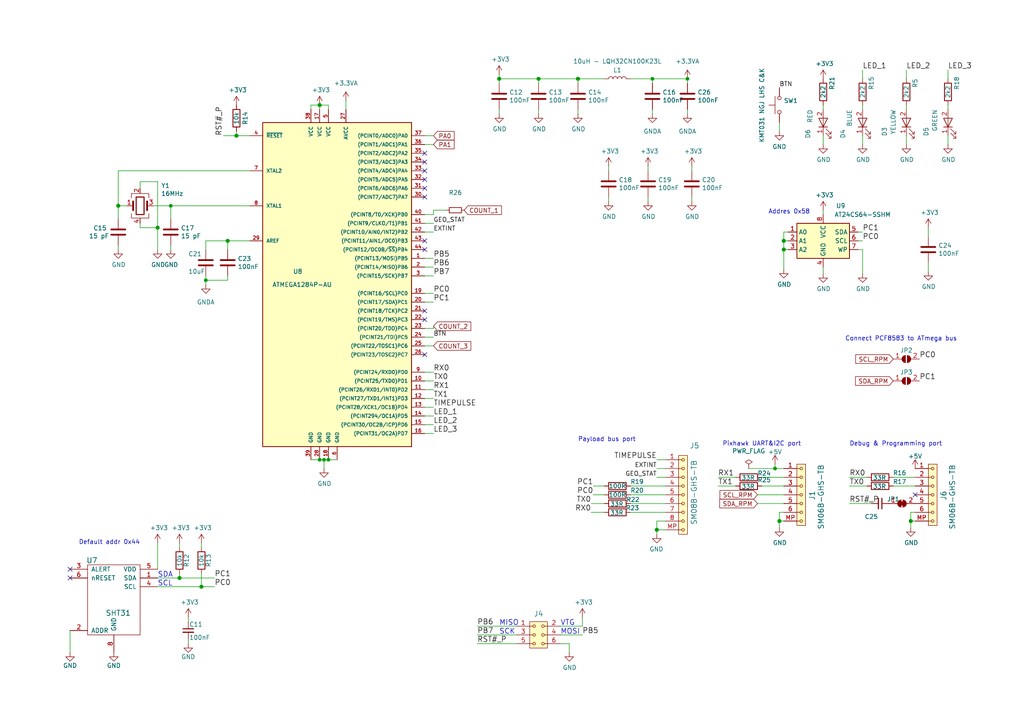
<source format=kicad_sch>
(kicad_sch (version 20230121) (generator eeschema)
  (paper "A4")
  (lib_symbols
    (symbol "DATALOGGER01A-rescue:ATMEGA1284P-AU-atmel" (pin_names (offset 1.016))
      (property "Reference" "U" (at -21.59 47.752 0))
      (property "Value" "ATMEGA1284P-AU-atmel" (at 10.16 -49.53 0))
      (symbol "ATMEGA1284P-AU-atmel_1_1"
        (pin bidirectional line (at 25.4 7.62 180) (length 3.81) (name "(PCINT13/MOSI)PB5") (number "1"))
        (pin bidirectional line (at 25.4 -27.94 180) (length 3.81) (name "(PCINT25/TXD0)PD1") (number "10"))
        (pin bidirectional line (at 25.4 -30.48 180) (length 3.81) (name "(PCINT26/RXD1/INT0)PD2") (number "11"))
        (pin bidirectional line (at 25.4 -33.02 180) (length 3.81) (name "(PCINT27/TXD1/INT1)PD3") (number "12"))
        (pin bidirectional line (at 25.4 -35.56 180) (length 3.81) (name "(PCINT28/XCK1/OC1B)PD4") (number "13"))
        (pin bidirectional line (at 25.4 -38.1 180) (length 3.81) (name "(PCINT294/OC1A)PD5") (number "14"))
        (pin bidirectional line (at 25.4 -40.64 180) (length 3.81) (name "(PCINT30/OC2B/ICP)PD6") (number "15"))
        (pin bidirectional line (at 25.4 -43.18 180) (length 3.81) (name "(PCINT31/OC2A)PD7") (number "16"))
        (pin power_in line (at -5.08 50.8 270) (length 3.81) (name "VCC") (number "17"))
        (pin power_in line (at -2.54 -50.8 90) (length 3.81) (name "GND") (number "18"))
        (pin bidirectional line (at 25.4 -2.54 180) (length 3.81) (name "(PCINT16/SCL)PC0") (number "19"))
        (pin bidirectional line (at 25.4 5.08 180) (length 3.81) (name "(PCINT14/MISO)PB6") (number "2"))
        (pin bidirectional line (at 25.4 -5.08 180) (length 3.81) (name "(PCINT17/SDA)PC1") (number "20"))
        (pin bidirectional line (at 25.4 -7.62 180) (length 3.81) (name "(PCINT18/TCK)PC2") (number "21"))
        (pin bidirectional line (at 25.4 -10.16 180) (length 3.81) (name "(PCINT19/TMS)PC3") (number "22"))
        (pin bidirectional line (at 25.4 -12.7 180) (length 3.81) (name "(PCINT20/TDO)PC4") (number "23"))
        (pin bidirectional line (at 25.4 -15.24 180) (length 3.81) (name "(PCINT21/TDI)PC5") (number "24"))
        (pin bidirectional line (at 25.4 -17.78 180) (length 3.81) (name "(PCINT22/TOSC1)PC6") (number "25"))
        (pin bidirectional line (at 25.4 -20.32 180) (length 3.81) (name "(PCINT23/TOSC2)PC7") (number "26"))
        (pin power_in line (at 2.54 50.8 270) (length 3.81) (name "AVCC") (number "27"))
        (pin power_in line (at -5.08 -50.8 90) (length 3.81) (name "GND") (number "28"))
        (pin power_in line (at -25.4 12.7 0) (length 3.81) (name "AREF") (number "29"))
        (pin bidirectional line (at 25.4 2.54 180) (length 3.81) (name "(PCINT15/SCK)PB7") (number "3"))
        (pin bidirectional line (at 25.4 25.4 180) (length 3.81) (name "(PCINT7/ADC7)PA7") (number "30"))
        (pin bidirectional line (at 25.4 27.94 180) (length 3.81) (name "(PCINT6/ADC6)PA6") (number "31"))
        (pin bidirectional line (at 25.4 30.48 180) (length 3.81) (name "(PCINT5/ADC5)PA5") (number "32"))
        (pin bidirectional line (at 25.4 33.02 180) (length 3.81) (name "(PCINT4/ADC4)PA4") (number "33"))
        (pin bidirectional line (at 25.4 35.56 180) (length 3.81) (name "(PCINT3/ADC3)PA3") (number "34"))
        (pin bidirectional line (at 25.4 38.1 180) (length 3.81) (name "(PCINT2/ADC2)PA2") (number "35"))
        (pin bidirectional line (at 25.4 40.64 180) (length 3.81) (name "(PCINT1/ADC1)PA1") (number "36"))
        (pin bidirectional line (at 25.4 43.18 180) (length 3.81) (name "(PCINT0/ADC0)PA0") (number "37"))
        (pin power_in line (at -7.62 50.8 270) (length 3.81) (name "VCC") (number "38"))
        (pin power_in line (at -7.62 -50.8 90) (length 3.81) (name "GND") (number "39"))
        (pin input line (at -25.4 43.18 0) (length 3.81) (name "~{RESET}") (number "4"))
        (pin bidirectional line (at 25.4 20.32 180) (length 3.81) (name "(PCINT8/T0/XCK)PB0") (number "40"))
        (pin bidirectional line (at 25.4 17.78 180) (length 3.81) (name "(PCINT9/CLKO/T1)PB1") (number "41"))
        (pin bidirectional line (at 25.4 15.24 180) (length 3.81) (name "(PCINT10/AIN0/INT2)PB2") (number "42"))
        (pin bidirectional line (at 25.4 12.7 180) (length 3.81) (name "(PCINT11/AIN1/OC0)PB3") (number "43"))
        (pin bidirectional line (at 25.4 10.16 180) (length 3.81) (name "(PCINT12/OC0B/~{SS})PB4") (number "44"))
        (pin power_in line (at -2.54 50.8 270) (length 3.81) (name "VCC") (number "5"))
        (pin power_in line (at 0 -50.8 90) (length 3.81) (name "GND") (number "6"))
        (pin bidirectional line (at -25.4 33.02 0) (length 3.81) (name "XTAL2") (number "7"))
        (pin bidirectional line (at -25.4 22.86 0) (length 3.81) (name "XTAL1") (number "8"))
        (pin bidirectional line (at 25.4 -25.4 180) (length 3.81) (name "(PCINT24/RXD0)PD0") (number "9"))
      )
    )
    (symbol "DATALOGGER01A-rescue:C-device" (pin_numbers hide) (pin_names (offset 0.254))
      (property "Reference" "C" (at 0.635 2.54 0))
      (property "Value" "C-device" (at 0.635 -2.54 0))
      (symbol "C-device_1_1"
        (pin passive line (at 0 3.81 270) (length 2.794) (name "~") (number "1"))
        (pin passive line (at 0 -3.81 90) (length 2.794) (name "~") (number "2"))
      )
    )
    (symbol "DATALOGGER01A-rescue:HEADER_2x03-MLAB_HEADER" (pin_names (offset 1.016))
      (property "Reference" "J" (at 0 -5.08 0))
      (property "Value" "HEADER_2x03-MLAB_HEADER" (at 0 5.08 0))
      (symbol "HEADER_2x03-MLAB_HEADER_1_1"
        (pin input line (at -6.35 2.54 0) (length 3.81) (name "~") (number "1"))
        (pin input line (at 6.35 2.54 180) (length 3.81) (name "~") (number "2"))
        (pin input line (at -6.35 0 0) (length 3.81) (name "~") (number "3"))
        (pin input line (at 6.35 0 180) (length 3.81) (name "~") (number "4"))
        (pin input line (at -6.35 -2.54 0) (length 3.81) (name "~") (number "5"))
        (pin input line (at 6.35 -2.54 180) (length 3.81) (name "~") (number "6"))
      )
    )
    (symbol "DATALOGGER01A-rescue:L-device" (pin_numbers hide) (pin_names (offset 1.016) hide)
      (property "Reference" "L" (at -1.27 0 90))
      (property "Value" "L-device" (at 1.905 0 90))
      (symbol "L-device_1_1"
        (pin passive line (at 0 3.81 270) (length 1.27) (name "1") (number "1"))
        (pin passive line (at 0 -3.81 90) (length 1.27) (name "2") (number "2"))
      )
    )
    (symbol "DATALOGGER01A-rescue:LED-device" (pin_names (offset 1.016) hide)
      (property "Reference" "D" (at 0 2.54 0))
      (property "Value" "LED-device" (at 0 -2.54 0))
      (symbol "LED-device_1_1"
        (pin passive line (at -3.81 0 0) (length 2.54) (name "K") (number "1"))
        (pin passive line (at 3.81 0 180) (length 2.54) (name "A") (number "2"))
      )
    )
    (symbol "DATALOGGER01A-rescue:R-device" (pin_numbers hide) (pin_names (offset 0))
      (property "Reference" "R" (at 2.032 0 90))
      (property "Value" "R-device" (at 0 0 90))
      (symbol "R-device_1_1"
        (pin passive line (at 0 3.81 270) (length 1.27) (name "~") (number "1"))
        (pin passive line (at 0 -3.81 90) (length 1.27) (name "~") (number "2"))
      )
    )
    (symbol "Device:C_Small" (pin_numbers hide) (pin_names (offset 0.254) hide)
      (property "Reference" "C" (at 0.254 1.778 0))
      (property "Value" "C_Small" (at 0.254 -2.032 0))
      (symbol "C_Small_1_1"
        (pin passive line (at 0 2.54 270) (length 2.032) (name "~") (number "1"))
        (pin passive line (at 0 -2.54 90) (length 2.032) (name "~") (number "2"))
      )
    )
    (symbol "Device:Crystal_GND24" (pin_names (offset 1.016) hide)
      (property "Reference" "Y" (at 3.175 5.08 0))
      (property "Value" "Crystal_GND24" (at 3.175 3.175 0))
      (symbol "Crystal_GND24_1_1"
        (pin passive line (at -3.81 0 0) (length 1.27) (name "1") (number "1"))
        (pin passive line (at 0 5.08 270) (length 1.27) (name "2") (number "2"))
        (pin passive line (at 3.81 0 180) (length 1.27) (name "3") (number "3"))
        (pin passive line (at 0 -5.08 90) (length 1.27) (name "4") (number "4"))
      )
    )
    (symbol "Device:R" (pin_numbers hide) (pin_names (offset 0))
      (property "Reference" "R" (at 2.032 0 90))
      (property "Value" "R" (at 0 0 90))
      (symbol "R_1_1"
        (pin passive line (at 0 3.81 270) (length 1.27) (name "~") (number "1"))
        (pin passive line (at 0 -3.81 90) (length 1.27) (name "~") (number "2"))
      )
    )
    (symbol "Device:R_Small" (pin_numbers hide) (pin_names (offset 0.254) hide)
      (property "Reference" "R" (at 0.762 0.508 0))
      (property "Value" "R_Small" (at 0.762 -1.016 0))
      (symbol "R_Small_1_1"
        (pin passive line (at 0 2.54 270) (length 0.762) (name "~") (number "1"))
        (pin passive line (at 0 -2.54 90) (length 0.762) (name "~") (number "2"))
      )
    )
    (symbol "Jumper:SolderJumper_2_Bridged" (pin_names (offset 0) hide)
      (property "Reference" "JP" (at 0 2.032 0))
      (property "Value" "SolderJumper_2_Bridged" (at 0 -2.54 0))
      (symbol "SolderJumper_2_Bridged_1_1"
        (pin passive line (at -3.81 0 0) (length 2.54) (name "A") (number "1"))
        (pin passive line (at 3.81 0 180) (length 2.54) (name "B") (number "2"))
      )
    )
    (symbol "Jumper:SolderJumper_2_Open" (pin_names (offset 0) hide)
      (property "Reference" "JP" (at 0 2.032 0))
      (property "Value" "SolderJumper_2_Open" (at 0 -2.54 0))
      (symbol "SolderJumper_2_Open_1_1"
        (pin passive line (at -3.81 0 0) (length 2.54) (name "A") (number "1"))
        (pin passive line (at 3.81 0 180) (length 2.54) (name "B") (number "2"))
      )
    )
    (symbol "MLAB_CONNECTORS_JST:SM06B-GHS-TB" (pin_names (offset 1.016))
      (property "Reference" "J" (at 0 -10.16 0))
      (property "Value" "SM06B-GHS-TB" (at 0 10.16 0))
      (symbol "SM06B-GHS-TB_1_1"
        (pin input line (at -5.08 7.62 0) (length 3.81) (name "~") (number "1"))
        (pin input line (at -5.08 5.08 0) (length 3.81) (name "~") (number "2"))
        (pin input line (at -5.08 2.54 0) (length 3.81) (name "~") (number "3"))
        (pin input line (at -5.08 0 0) (length 3.81) (name "~") (number "4"))
        (pin input line (at -5.08 -2.54 0) (length 3.81) (name "~") (number "5"))
        (pin input line (at -5.08 -5.08 0) (length 3.81) (name "~") (number "6"))
        (pin input line (at -5.08 -7.62 0) (length 3.81) (name "~") (number "MP"))
      )
    )
    (symbol "MLAB_CONNECTORS_JST:SM08B-GHS-TB" (pin_names (offset 1.016))
      (property "Reference" "J" (at 0 -12.7 0))
      (property "Value" "SM08B-GHS-TB" (at 0 12.7 0))
      (symbol "SM08B-GHS-TB_1_1"
        (pin input line (at -5.08 10.16 0) (length 3.81) (name "~") (number "1"))
        (pin input line (at -5.08 7.62 0) (length 3.81) (name "~") (number "2"))
        (pin input line (at -5.08 5.08 0) (length 3.81) (name "~") (number "3"))
        (pin input line (at -5.08 2.54 0) (length 3.81) (name "~") (number "4"))
        (pin input line (at -5.08 0 0) (length 3.81) (name "~") (number "5"))
        (pin input line (at -5.08 -2.54 0) (length 3.81) (name "~") (number "6"))
        (pin input line (at -5.08 -5.08 0) (length 3.81) (name "~") (number "7"))
        (pin input line (at -5.08 -7.62 0) (length 3.81) (name "~") (number "8"))
        (pin input line (at -5.08 -10.16 0) (length 3.81) (name "~") (number "MP"))
      )
    )
    (symbol "Memory_EEPROM:AT24CS64-SSHM"
      (property "Reference" "U" (at -7.62 6.35 0))
      (property "Value" "AT24CS64-SSHM" (at 2.54 -6.35 0))
      (symbol "AT24CS64-SSHM_1_1"
        (pin input line (at -10.16 2.54 0) (length 2.54) (name "A0") (number "1"))
        (pin input line (at -10.16 0 0) (length 2.54) (name "A1") (number "2"))
        (pin input line (at -10.16 -2.54 0) (length 2.54) (name "A2") (number "3"))
        (pin power_in line (at 0 -7.62 90) (length 2.54) (name "GND") (number "4"))
        (pin bidirectional line (at 10.16 2.54 180) (length 2.54) (name "SDA") (number "5"))
        (pin input line (at 10.16 0 180) (length 2.54) (name "SCL") (number "6"))
        (pin input line (at 10.16 -2.54 180) (length 2.54) (name "WP") (number "7"))
        (pin power_in line (at 0 7.62 270) (length 2.54) (name "VCC") (number "8"))
      )
    )
    (symbol "SHT31V01A-rescue:C_Small" (pin_numbers hide) (pin_names (offset 0.254) hide)
      (property "Reference" "C" (at 0.254 1.778 0))
      (property "Value" "C_Small" (at 0.254 -2.032 0))
      (symbol "C_Small_1_1"
        (pin passive line (at 0 2.54 270) (length 1.905) (name "~") (number "1"))
        (pin passive line (at 0 -2.54 90) (length 2.032) (name "~") (number "2"))
      )
    )
    (symbol "SHT31V01A-rescue:GND" (power) (pin_names (offset 0))
      (property "Value" "GND" (at 0 -3.81 0))
      (symbol "GND_1_1"
        (pin power_in line (at 0 0 270) (length 0) hide (name "GND") (number "1"))
      )
    )
    (symbol "SHT31V01A-rescue:R" (pin_numbers hide) (pin_names (offset 0))
      (property "Reference" "R" (at 2.032 0 90))
      (property "Value" "R" (at 0 0 90))
      (symbol "R_1_1"
        (pin passive line (at 0 3.81 270) (length 1.27) (name "~") (number "1"))
        (pin passive line (at 0 -3.81 90) (length 1.27) (name "~") (number "2"))
      )
    )
    (symbol "SHT31V01A-rescue:SHT31" (pin_names (offset 1.016))
      (property "Reference" "U" (at -6.35 12.7 0))
      (property "Value" "SHT31" (at 0 0 0))
      (symbol "SHT31_1_1"
        (pin unspecified line (at 11.43 7.62 180) (length 5.08) (name "SDA") (number "1"))
        (pin unspecified line (at -13.97 -7.62 0) (length 5.08) (name "ADDR") (number "2"))
        (pin unspecified line (at -13.97 10.16 0) (length 5.08) (name "ALERT") (number "3"))
        (pin unspecified line (at 11.43 5.08 180) (length 5.08) (name "SCL") (number "4"))
        (pin unspecified line (at 11.43 10.16 180) (length 5.08) (name "VDD") (number "5"))
        (pin unspecified line (at -13.97 7.62 0) (length 5.08) (name "nRESET") (number "6"))
        (pin unspecified line (at -1.27 -13.97 90) (length 5.08) hide (name "GND") (number "7"))
        (pin unspecified line (at -1.27 -13.97 90) (length 5.08) (name "GND") (number "8"))
        (pin unspecified line (at -1.27 -13.97 90) (length 5.08) hide (name "GND") (number "9"))
      )
    )
    (symbol "Switch:SW_Push" (pin_numbers hide) (pin_names (offset 1.016) hide)
      (property "Reference" "SW" (at 1.27 2.54 0))
      (property "Value" "SW_Push" (at 0 -1.524 0))
      (symbol "SW_Push_0_1"
        (pin passive line (at -5.08 0 0) (length 2.54) (name "1") (number "1"))
        (pin passive line (at 5.08 0 180) (length 2.54) (name "2") (number "2"))
      )
    )
    (symbol "power:+3.3VA" (power) (pin_names (offset 0))
      (property "Value" "+3.3VA" (at 0 3.556 0))
      (symbol "+3.3VA_1_1"
        (pin power_in line (at 0 0 90) (length 0) hide (name "+3.3VA") (number "1"))
      )
    )
    (symbol "power:+3V3" (power) (pin_names (offset 0))
      (property "Value" "+3V3" (at 0 3.556 0))
      (symbol "+3V3_1_1"
        (pin power_in line (at 0 0 90) (length 0) hide (name "+3V3") (number "1"))
      )
    )
    (symbol "power:+5V" (power) (pin_names (offset 0))
      (property "Value" "+5V" (at 0 3.556 0))
      (symbol "+5V_1_1"
        (pin power_in line (at 0 0 90) (length 0) hide (name "+5V") (number "1"))
      )
    )
    (symbol "power:GND" (power) (pin_names (offset 0))
      (property "Value" "GND" (at 0 -3.81 0))
      (symbol "GND_1_1"
        (pin power_in line (at 0 0 270) (length 0) hide (name "GND") (number "1"))
      )
    )
    (symbol "power:GNDA" (power) (pin_names (offset 0))
      (property "Value" "GNDA" (at 0 -3.81 0))
      (symbol "GNDA_1_1"
        (pin power_in line (at 0 0 270) (length 0) hide (name "GNDA") (number "1"))
      )
    )
    (symbol "power:PWR_FLAG" (power) (pin_numbers hide) (pin_names (offset 0) hide)
      (property "Value" "PWR_FLAG" (at 0 3.81 0))
      (symbol "PWR_FLAG_0_0"
        (pin power_out line (at 0 0 90) (length 0) (name "pwr") (number "1"))
      )
    )
  )
  (junction (at 227.33 72.39) (diameter 1.016))
  (junction (at 167.64 22.86) (diameter 1.016))
  (junction (at 66.04 69.85) (diameter 1.016))
  (junction (at 264.16 151.13) (diameter 1.016))
  (junction (at 59.69 81.28))
  (junction (at 45.72 66.04) (diameter 1.016))
  (junction (at 49.53 59.69))
  (junction (at 34.29 59.69) (diameter 1.016))
  (junction (at 58.42 170.18) (diameter 1.016))
  (junction (at 190.5 153.67) (diameter 1.016))
  (junction (at 93.98 133.35))
  (junction (at 156.21 22.86) (diameter 1.016))
  (junction (at 189.23 22.86))
  (junction (at 68.58 39.37) (diameter 1.016))
  (junction (at 92.71 30.48) (diameter 1.016))
  (junction (at 224.79 135.89))
  (junction (at 226.06 151.13) (diameter 1.016))
  (junction (at 92.71 133.35))
  (junction (at 227.33 69.85) (diameter 1.016))
  (junction (at 95.25 133.35))
  (junction (at 199.39 22.86))
  (junction (at 144.78 22.86) (diameter 1.016))
  (junction (at 52.07 167.64) (diameter 1.016))
  (no_connect (at 20.32 165.1))
  (no_connect (at 20.32 167.64))
  (no_connect (at 123.19 72.39))
  (no_connect (at 123.19 92.71))
  (no_connect (at 123.19 90.17))
  (no_connect (at 265.43 143.51))
  (no_connect (at 123.19 102.87))
  (no_connect (at 123.19 69.85))
  (no_connect (at 123.19 44.45))
  (no_connect (at 123.19 46.99))
  (no_connect (at 123.19 49.53))
  (no_connect (at 123.19 52.07))
  (no_connect (at 123.19 54.61))
  (no_connect (at 123.19 57.15))
  (no_connect (at 504.19 92.075))
  (wire (pts (xy 193.04 151.13) (xy 190.5 151.13)))
  (wire (pts (xy 220.98 140.97) (xy 227.33 140.97)))
  (wire (pts (xy 171.45 146.05) (xy 175.26 146.05)))
  (wire (pts (xy 129.54 60.96) (xy 125.73 60.96)))
  (wire (pts (xy 182.88 148.59) (xy 193.04 148.59)))
  (wire (pts (xy 125.73 60.96) (xy 125.73 62.23)))
  (wire (pts (xy 100.33 31.75) (xy 100.33 29.21)))
  (wire (pts (xy 172.085 140.97) (xy 175.26 140.97)))
  (wire (pts (xy 59.69 69.85) (xy 66.04 69.85)))
  (wire (pts (xy 227.33 72.39) (xy 227.33 78.105)))
  (wire (pts (xy 262.89 22.86) (xy 262.89 20.32)))
  (wire (pts (xy 90.17 30.48) (xy 92.71 30.48)))
  (wire (pts (xy 219.71 146.05) (xy 227.33 146.05)))
  (wire (pts (xy 123.19 74.93) (xy 125.73 74.93)))
  (wire (pts (xy 274.955 41.91) (xy 274.955 39.37)))
  (wire (pts (xy 227.33 67.31) (xy 227.33 69.85)))
  (wire (pts (xy 228.6 67.31) (xy 227.33 67.31)))
  (wire (pts (xy 45.72 170.18) (xy 58.42 170.18)))
  (wire (pts (xy 226.06 151.13) (xy 226.06 153.035)))
  (wire (pts (xy 238.76 41.91) (xy 238.76 39.37)))
  (wire (pts (xy 250.19 72.39) (xy 250.19 79.375)))
  (wire (pts (xy 190.5 138.43) (xy 193.04 138.43)))
  (wire (pts (xy 250.19 22.86) (xy 250.19 20.32)))
  (wire (pts (xy 92.71 30.48) (xy 95.25 30.48)))
  (wire (pts (xy 162.56 184.15) (xy 168.91 184.15)))
  (wire (pts (xy 193.04 133.35) (xy 190.5 133.35)))
  (wire (pts (xy 90.17 133.35) (xy 92.71 133.35)))
  (wire (pts (xy 123.19 115.57) (xy 125.73 115.57)))
  (wire (pts (xy 123.19 80.01) (xy 125.73 80.01)))
  (wire (pts (xy 262.89 31.75) (xy 262.89 30.48)))
  (wire (pts (xy 220.98 138.43) (xy 227.33 138.43)))
  (wire (pts (xy 66.04 72.39) (xy 66.04 69.85)))
  (wire (pts (xy 208.28 138.43) (xy 213.36 138.43)))
  (wire (pts (xy 224.79 135.89) (xy 227.33 135.89)))
  (wire (pts (xy 34.29 49.53) (xy 34.29 59.69)))
  (wire (pts (xy 34.29 59.69) (xy 34.29 63.5)))
  (wire (pts (xy 95.25 133.35) (xy 97.79 133.35)))
  (wire (pts (xy 68.58 38.1) (xy 68.58 39.37)))
  (wire (pts (xy 189.23 22.86) (xy 199.39 22.86)))
  (wire (pts (xy 165.1 186.69) (xy 165.1 189.23)))
  (wire (pts (xy 171.45 148.59) (xy 175.26 148.59)))
  (wire (pts (xy 238.76 62.23) (xy 238.76 60.96)))
  (wire (pts (xy 167.64 22.86) (xy 175.26 22.86)))
  (wire (pts (xy 238.76 77.47) (xy 238.76 79.375)))
  (wire (pts (xy 172.085 143.51) (xy 175.26 143.51)))
  (wire (pts (xy 58.42 170.18) (xy 58.42 166.37)))
  (wire (pts (xy 227.33 148.59) (xy 226.06 148.59)))
  (wire (pts (xy 40.64 64.77) (xy 40.64 66.04)))
  (wire (pts (xy 40.64 66.04) (xy 45.72 66.04)))
  (wire (pts (xy 182.88 146.05) (xy 193.04 146.05)))
  (wire (pts (xy 187.96 58.42) (xy 187.96 57.15)))
  (wire (pts (xy 92.71 133.35) (xy 93.98 133.35)))
  (wire (pts (xy 92.71 31.75) (xy 92.71 30.48)))
  (wire (pts (xy 144.78 24.13) (xy 144.78 22.86)))
  (wire (pts (xy 274.955 31.75) (xy 274.955 30.48)))
  (wire (pts (xy 123.19 107.95) (xy 125.73 107.95)))
  (wire (pts (xy 238.76 31.75) (xy 238.76 30.48)))
  (wire (pts (xy 34.29 49.53) (xy 72.39 49.53)))
  (wire (pts (xy 123.19 39.37) (xy 125.73 39.37)))
  (wire (pts (xy 34.29 59.69) (xy 36.83 59.69)))
  (wire (pts (xy 189.23 33.02) (xy 189.23 31.75)))
  (wire (pts (xy 189.23 22.86) (xy 189.23 24.13)))
  (wire (pts (xy 176.53 58.42) (xy 176.53 57.15)))
  (wire (pts (xy 45.72 66.04) (xy 45.72 72.39)))
  (wire (pts (xy 208.28 140.97) (xy 213.36 140.97)))
  (wire (pts (xy 49.53 59.69) (xy 49.53 63.5)))
  (wire (pts (xy 123.19 97.79) (xy 125.73 97.79)))
  (wire (pts (xy 187.96 48.26) (xy 187.96 49.53)))
  (wire (pts (xy 199.39 22.86) (xy 199.39 24.13)))
  (wire (pts (xy 182.88 22.86) (xy 189.23 22.86)))
  (wire (pts (xy 167.64 33.02) (xy 167.64 31.75)))
  (wire (pts (xy 250.19 41.91) (xy 250.19 39.37)))
  (wire (pts (xy 176.53 48.26) (xy 176.53 49.53)))
  (wire (pts (xy 193.04 153.67) (xy 190.5 153.67)))
  (wire (pts (xy 59.69 69.85) (xy 59.69 72.39)))
  (wire (pts (xy 59.69 81.28) (xy 66.04 81.28)))
  (wire (pts (xy 123.19 77.47) (xy 125.73 77.47)))
  (wire (pts (xy 52.07 167.64) (xy 62.23 167.64)))
  (wire (pts (xy 66.04 69.85) (xy 72.39 69.85)))
  (wire (pts (xy 156.21 33.02) (xy 156.21 31.75)))
  (wire (pts (xy 162.56 186.69) (xy 165.1 186.69)))
  (wire (pts (xy 44.45 59.69) (xy 49.53 59.69)))
  (wire (pts (xy 259.08 138.43) (xy 265.43 138.43)))
  (wire (pts (xy 190.5 135.89) (xy 193.04 135.89)))
  (wire (pts (xy 138.43 186.69) (xy 149.86 186.69)))
  (wire (pts (xy 156.21 22.86) (xy 167.64 22.86)))
  (wire (pts (xy 123.19 118.11) (xy 125.73 118.11)))
  (wire (pts (xy 274.955 22.86) (xy 274.955 20.32)))
  (wire (pts (xy 248.92 67.31) (xy 250.19 67.31)))
  (wire (pts (xy 168.91 181.61) (xy 168.91 179.07)))
  (wire (pts (xy 162.56 181.61) (xy 168.91 181.61)))
  (wire (pts (xy 228.6 72.39) (xy 227.33 72.39)))
  (wire (pts (xy 217.17 135.89) (xy 224.79 135.89)))
  (wire (pts (xy 49.53 72.39) (xy 49.53 71.12)))
  (wire (pts (xy 200.66 48.26) (xy 200.66 49.53)))
  (wire (pts (xy 49.53 59.69) (xy 72.39 59.69)))
  (wire (pts (xy 123.19 100.33) (xy 125.73 100.33)))
  (wire (pts (xy 123.19 113.03) (xy 125.73 113.03)))
  (wire (pts (xy 264.16 151.13) (xy 264.16 153.035)))
  (wire (pts (xy 246.38 140.97) (xy 251.46 140.97)))
  (wire (pts (xy 68.58 39.37) (xy 72.39 39.37)))
  (wire (pts (xy 123.19 110.49) (xy 125.73 110.49)))
  (wire (pts (xy 182.88 140.97) (xy 193.04 140.97)))
  (wire (pts (xy 45.72 167.64) (xy 52.07 167.64)))
  (wire (pts (xy 58.42 158.75) (xy 58.42 157.48)))
  (wire (pts (xy 228.6 69.85) (xy 227.33 69.85)))
  (wire (pts (xy 59.69 81.28) (xy 59.69 82.55)))
  (wire (pts (xy 40.64 52.705) (xy 40.64 54.61)))
  (wire (pts (xy 40.64 52.705) (xy 45.72 52.705)))
  (wire (pts (xy 45.72 52.705) (xy 45.72 66.04)))
  (wire (pts (xy 156.21 24.13) (xy 156.21 22.86)))
  (wire (pts (xy 123.19 120.65) (xy 125.73 120.65)))
  (wire (pts (xy 93.98 133.35) (xy 93.98 135.89)))
  (wire (pts (xy 269.24 66.04) (xy 269.24 68.58)))
  (wire (pts (xy 182.88 143.51) (xy 193.04 143.51)))
  (wire (pts (xy 259.08 140.97) (xy 265.43 140.97)))
  (wire (pts (xy 199.39 33.02) (xy 199.39 31.75)))
  (wire (pts (xy 190.5 153.67) (xy 190.5 154.94)))
  (wire (pts (xy 34.29 72.39) (xy 34.29 71.12)))
  (wire (pts (xy 248.92 72.39) (xy 250.19 72.39)))
  (wire (pts (xy 200.66 58.42) (xy 200.66 57.15)))
  (wire (pts (xy 54.61 180.34) (xy 54.61 179.07)))
  (wire (pts (xy 123.19 123.19) (xy 125.73 123.19)))
  (wire (pts (xy 90.17 31.75) (xy 90.17 30.48)))
  (wire (pts (xy 123.19 125.73) (xy 125.73 125.73)))
  (wire (pts (xy 52.07 158.75) (xy 52.07 157.48)))
  (wire (pts (xy 123.19 41.91) (xy 125.73 41.91)))
  (wire (pts (xy 219.71 143.51) (xy 227.33 143.51)))
  (wire (pts (xy 246.38 146.05) (xy 252.73 146.05)))
  (wire (pts (xy 64.77 39.37) (xy 68.58 39.37)))
  (wire (pts (xy 262.89 41.91) (xy 262.89 39.37)))
  (wire (pts (xy 227.33 151.13) (xy 226.06 151.13)))
  (wire (pts (xy 125.73 94.615) (xy 125.73 95.25)))
  (wire (pts (xy 144.78 33.02) (xy 144.78 31.75)))
  (wire (pts (xy 66.04 81.28) (xy 66.04 80.01)))
  (wire (pts (xy 246.38 138.43) (xy 251.46 138.43)))
  (wire (pts (xy 123.19 95.25) (xy 125.73 95.25)))
  (wire (pts (xy 144.78 22.86) (xy 144.78 21.59)))
  (wire (pts (xy 58.42 170.18) (xy 62.23 170.18)))
  (wire (pts (xy 265.43 148.59) (xy 264.16 148.59)))
  (wire (pts (xy 265.43 151.13) (xy 264.16 151.13)))
  (wire (pts (xy 248.92 69.85) (xy 250.19 69.85)))
  (wire (pts (xy 52.07 167.64) (xy 52.07 166.37)))
  (wire (pts (xy 224.79 134.62) (xy 224.79 135.89)))
  (wire (pts (xy 167.64 24.13) (xy 167.64 22.86)))
  (wire (pts (xy 54.61 186.69) (xy 54.61 185.42)))
  (wire (pts (xy 123.19 85.09) (xy 125.73 85.09)))
  (wire (pts (xy 95.25 30.48) (xy 95.25 31.75)))
  (wire (pts (xy 123.19 62.23) (xy 125.73 62.23)))
  (wire (pts (xy 125.73 64.77) (xy 123.19 64.77)))
  (wire (pts (xy 144.78 22.86) (xy 156.21 22.86)))
  (wire (pts (xy 264.16 148.59) (xy 264.16 151.13)))
  (wire (pts (xy 226.06 148.59) (xy 226.06 151.13)))
  (wire (pts (xy 138.43 181.61) (xy 149.86 181.61)))
  (wire (pts (xy 45.72 165.1) (xy 45.72 157.48)))
  (wire (pts (xy 269.24 76.2) (xy 269.24 78.74)))
  (wire (pts (xy 227.33 69.85) (xy 227.33 72.39)))
  (wire (pts (xy 190.5 151.13) (xy 190.5 153.67)))
  (wire (pts (xy 59.69 81.28) (xy 59.69 80.01)))
  (wire (pts (xy 250.19 31.75) (xy 250.19 30.48)))
  (wire (pts (xy 123.19 87.63) (xy 125.73 87.63)))
  (wire (pts (xy 138.43 184.15) (xy 149.86 184.15)))
  (wire (pts (xy 123.19 67.31) (xy 125.73 67.31)))
  (wire (pts (xy 226.06 35.56) (xy 226.06 38.1)))
  (wire (pts (xy 20.32 182.88) (xy 20.32 189.23)))
  (wire (pts (xy 93.98 133.35) (xy 95.25 133.35)))
  (text "VTG" (at 162.56 181.61 0) (effects (font (size 1.524 1.524)) (justify left bottom)))
  (text "MISO" (at 144.78 181.61 0) (effects (font (size 1.524 1.524)) (justify left bottom)))
  (text "SCL" (at 45.72 170.18 0) (effects (font (size 1.524 1.524)) (justify left bottom)))
  (text "Default addr 0x44" (at 40.64 158.115 0) (effects (font (size 1.27 1.27)) (justify right bottom)))
  (text "MOSI" (at 162.56 184.15 0) (effects (font (size 1.524 1.524)) (justify left bottom)))
  (text "SDA" (at 45.72 167.64 0) (effects (font (size 1.524 1.524)) (justify left bottom)))
  (text "Payload bus port" (at 167.64 128.27 0) (effects (font (size 1.27 1.27)) (justify left bottom)))
  (text "Connect PCF8583 to ATmega bus" (at 245.11 99.06 0) (effects (font (size 1.27 1.27)) (justify left bottom)))
  (text "Debug & Programming port" (at 246.38 129.54 0) (effects (font (size 1.27 1.27)) (justify left bottom)))
  (text "SCK" (at 144.78 184.15 0) (effects (font (size 1.524 1.524)) (justify left bottom)))
  (text "Pixhawk UART&I2C port" (at 209.55 129.54 0) (effects (font (size 1.27 1.27)) (justify left bottom)))
  (text "Addres 0x58" (at 234.95 62.23 0) (effects (font (size 1.27 1.27)) (justify right bottom)))
  (label "RX1" (at 125.73 113.03 0) (effects (font (size 1.524 1.524))))
  (label "TX1" (at 208.28 140.97 0) (effects (font (size 1.524 1.524))))
  (label "LED_2" (at 262.89 20.32 0) (effects (font (size 1.524 1.524))))
  (label "PB5" (at 125.73 74.93 0) (effects (font (size 1.524 1.524))))
  (label "BTN" (at 226.06 25.4 0))
  (label "TIMEPULSE" (at 190.5 133.35 180) (effects (font (size 1.524 1.524))))
  (label "PB7" (at 125.73 80.01 0) (effects (font (size 1.524 1.524))))
  (label "TX0" (at 171.45 146.05 180) (effects (font (size 1.524 1.524))))
  (label "PC1" (at 250.19 67.31 0) (effects (font (size 1.524 1.524))))
  (label "PC1" (at 266.7 110.49 0) (effects (font (size 1.524 1.524))))
  (label "LED_1" (at 125.73 120.65 0) (effects (font (size 1.524 1.524))))
  (label "PB6" (at 138.43 181.61 0) (effects (font (size 1.524 1.524))))
  (label "PC0" (at 266.7 104.14 0) (effects (font (size 1.524 1.524))))
  (label "PC1" (at 62.23 167.64 0) (effects (font (size 1.524 1.524))))
  (label "RST#_P" (at 246.38 146.05 0) (effects (font (size 1.524 1.524))))
  (label "LED_3" (at 125.73 125.73 0) (effects (font (size 1.524 1.524))))
  (label "PB5" (at 168.91 184.15 0) (effects (font (size 1.524 1.524))))
  (label "RX0" (at 246.38 138.43 0) (effects (font (size 1.524 1.524))))
  (label "EXTINT" (at 125.73 67.31 0))
  (label "PC0" (at 62.23 170.18 0) (effects (font (size 1.524 1.524))))
  (label "BTN" (at 125.73 97.79 0))
  (label "PC1" (at 172.085 140.97 180) (effects (font (size 1.524 1.524))))
  (label "GEO_STAT" (at 125.73 64.77 0))
  (label "RST#_P" (at 138.43 186.69 0) (effects (font (size 1.524 1.524))))
  (label "LED_1" (at 250.19 20.32 0) (effects (font (size 1.524 1.524))))
  (label "PC1" (at 125.73 87.63 0) (effects (font (size 1.524 1.524))))
  (label "PC0" (at 172.085 143.51 180) (effects (font (size 1.524 1.524))))
  (label "RST#_P" (at 64.77 39.37 90) (effects (font (size 1.524 1.524))))
  (label "TX0" (at 125.73 110.49 0) (effects (font (size 1.524 1.524))))
  (label "LED_3" (at 274.955 20.32 0) (effects (font (size 1.524 1.524))))
  (label "PC0" (at 250.19 69.85 0) (effects (font (size 1.524 1.524))))
  (label "GEO_STAT" (at 190.5 138.43 180))
  (label "RX0" (at 125.73 107.95 0) (effects (font (size 1.524 1.524))))
  (label "TX0" (at 246.38 140.97 0) (effects (font (size 1.524 1.524))))
  (label "PB7" (at 138.43 184.15 0) (effects (font (size 1.524 1.524))))
  (label "PC0" (at 125.73 85.09 0) (effects (font (size 1.524 1.524))))
  (label "LED_2" (at 125.73 123.19 0) (effects (font (size 1.524 1.524))))
  (label "RX0" (at 171.45 148.59 180) (effects (font (size 1.524 1.524))))
  (label "EXTINT" (at 190.5 135.89 180))
  (label "TIMEPULSE" (at 125.73 118.11 0) (effects (font (size 1.524 1.524))))
  (label "RX1" (at 208.28 138.43 0) (effects (font (size 1.524 1.524))))
  (label "PB6" (at 125.73 77.47 0) (effects (font (size 1.524 1.524))))
  (label "TX1" (at 125.73 115.57 0) (effects (font (size 1.524 1.524))))
  (global_label "SDA_RPM" (shape input) (at 259.08 110.49 180) (property "Intersheetrefs" "${INTERSHEET_REFS}" (effects hide)) (property "Reference mezi listy" "${INTERSHEET_REFS}" (effects hide)))
  (global_label "PA1" (shape input) (at 125.73 41.91 0) (property "Intersheetrefs" "${INTERSHEET_REFS}" (effects hide)))
  (global_label "SDA_RPM" (shape input) (at 219.71 146.05 180) (property "Intersheetrefs" "${INTERSHEET_REFS}" (effects hide)) (property "Reference mezi listy" "${INTERSHEET_REFS}" (effects hide)))
  (global_label "SCL_RPM" (shape input) (at 259.08 104.14 180) (property "Intersheetrefs" "${INTERSHEET_REFS}" (effects hide)) (property "Reference mezi listy" "${INTERSHEET_REFS}" (effects hide)))
  (global_label "PA0" (shape input) (at 125.73 39.37 0) (property "Intersheetrefs" "${INTERSHEET_REFS}" (effects hide)))
  (global_label "COUNT_1" (shape input) (at 134.62 60.96 0) (property "Intersheetrefs" "${INTERSHEET_REFS}" (effects hide)))
  (global_label "COUNT_3" (shape input) (at 125.73 100.33 0) (property "Intersheetrefs" "${INTERSHEET_REFS}" (effects hide)))
  (global_label "COUNT_2" (shape input) (at 125.73 94.615 0) (property "Intersheetrefs" "${INTERSHEET_REFS}" (effects hide)))
  (global_label "SCL_RPM" (shape input) (at 219.71 143.51 180) (property "Intersheetrefs" "${INTERSHEET_REFS}" (effects hide)) (property "Reference mezi listy" "${INTERSHEET_REFS}" (effects hide)))
  (symbol (lib_id "power:GND") (at 190.5 154.94 0) (mirror y) (unit 1)
    (property "Reference" "#PWR068" (effects hide))
    (property "Value" "GND" (at 190.3857 159.2644 0))
  )
  (symbol (lib_id "power:GND") (at 167.64 33.02 0) (unit 1)
    (property "Reference" "#PWR048" (effects hide))
    (property "Value" "GND" (at 167.767 37.4142 0))
  )
  (symbol (lib_id "DATALOGGER01A-rescue:R-device") (at 250.19 26.67 180) (unit 1)
    (property "Reference" "R15" (at 252.73 24.13 90))
    (property "Value" "2k2" (at 250.19 26.67 90))
    (property "Footprint" "Resistor_SMD:R_0603_1608Metric" (effects hide))
    (property "UST_ID" "5c70984512875079b91f895e" (effects hide))
  )
  (symbol (lib_id "SHT31V01A-rescue:C_Small") (at 54.61 182.88 0) (unit 1)
    (property "Reference" "C11" (at 54.864 181.102 0) (effects (justify left)))
    (property "Value" "100nF" (at 54.864 184.912 0) (effects (justify left)))
    (property "Footprint" "Capacitor_SMD:C_0603_1608Metric" (effects hide))
    (property "UST_ID" "5c70984812875079b91f8bf2" (effects hide))
  )
  (symbol (lib_id "power:GND") (at 176.53 58.42 0) (unit 1)
    (property "Reference" "#PWR056" (effects hide))
    (property "Value" "GND" (at 176.657 62.8142 0))
  )
  (symbol (lib_id "DATALOGGER01A-rescue:C-device") (at 156.21 27.94 0) (unit 1)
    (property "Reference" "C13" (at 159.131 26.7716 0) (effects (justify left)))
    (property "Value" "100nF" (at 159.131 29.083 0) (effects (justify left)))
    (property "Footprint" "Capacitor_SMD:C_0603_1608Metric" (effects hide))
    (property "UST_ID" "5c70984812875079b91f8bf2" (effects hide))
  )
  (symbol (lib_id "power:GND") (at 20.32 189.23 0) (unit 1)
    (property "Reference" "#PWR0103" (effects hide))
    (property "Value" "GND" (at 20.32 193.04 0))
  )
  (symbol (lib_id "DATALOGGER01A-rescue:C-device") (at 167.64 27.94 0) (unit 1)
    (property "Reference" "C14" (at 170.561 26.7716 0) (effects (justify left)))
    (property "Value" "100nF" (at 170.561 29.083 0) (effects (justify left)))
    (property "Footprint" "Capacitor_SMD:C_0603_1608Metric" (effects hide))
    (property "UST_ID" "5c70984812875079b91f8bf2" (effects hide))
  )
  (symbol (lib_id "power:+3V3") (at 58.42 157.48 0) (unit 1)
    (property "Reference" "#PWR053" (effects hide))
    (property "Value" "+3V3" (at 58.801 153.0858 0))
  )
  (symbol (lib_id "Device:R") (at 179.07 148.59 90) (unit 1)
    (property "Reference" "R23" (at 185.42 147.32 90) (effects (justify left)))
    (property "Value" "33R" (at 180.848 148.717 90) (effects (justify left)))
    (property "Footprint" "Resistor_SMD:R_0603_1608Metric" (effects hide))
    (property "UST_ID" "5c70984512875079b91f8952" (effects hide))
  )
  (symbol (lib_id "power:GND") (at 45.72 72.39 0) (unit 1)
    (property "Reference" "#PWR0101" (effects hide))
    (property "Value" "GND" (at 45.847 76.7842 0))
  )
  (symbol (lib_id "power:GND") (at 49.53 72.39 0) (unit 1)
    (property "Reference" "#PWR054" (effects hide))
    (property "Value" "GND" (at 49.657 76.7842 0))
  )
  (symbol (lib_id "SHT31V01A-rescue:R") (at 52.07 162.56 0) (unit 1)
    (property "Reference" "R12" (at 54.102 162.56 90))
    (property "Value" "10k" (at 52.07 162.56 90))
    (property "Footprint" "Resistor_SMD:R_0603_1608Metric" (effects hide))
    (property "UST_ID" "5c70984512875079b91f8962" (effects hide))
  )
  (symbol (lib_id "power:+3V3") (at 200.66 48.26 0) (unit 1)
    (property "Reference" "#PWR059" (effects hide))
    (property "Value" "+3V3" (at 201.041 43.8658 0))
  )
  (symbol (lib_id "power:+3.3VA") (at 100.33 29.21 0) (unit 1)
    (property "Reference" "#PWR084" (effects hide))
    (property "Value" "+3.3VA" (at 100.33 24.13 0))
  )
  (symbol (lib_id "MLAB_CONNECTORS_JST:SM06B-GHS-TB") (at 232.41 143.51 0) (unit 1)
    (property "Reference" "J1" (at 235.5851 145.1624 90) (effects (font (size 1.524 1.524)) (justify left)))
    (property "Value" "SM06B-GHS-TB" (at 238.1251 153.585 90) (effects (font (size 1.524 1.524)) (justify left)))
    (property "Footprint" "Connector_JST:JST_GH_SM06B-GHS-TB_1x06-1MP_P1.25mm_Horizontal" (effects hide))
    (property "UST_ID" "5fa0f70212875025b3977932" (effects hide))
  )
  (symbol (lib_id "power:GND") (at 156.21 33.02 0) (unit 1)
    (property "Reference" "#PWR046" (effects hide))
    (property "Value" "GND" (at 156.337 37.4142 0))
  )
  (symbol (lib_id "power:+3V3") (at 92.71 30.48 0) (unit 1)
    (property "Reference" "#PWR064" (effects hide))
    (property "Value" "+3V3" (at 93.091 26.0858 0))
  )
  (symbol (lib_id "Device:R") (at 255.27 140.97 90) (unit 1)
    (property "Reference" "R17" (at 262.89 139.7 90) (effects (justify left)))
    (property "Value" "33R" (at 257.048 141.097 90) (effects (justify left)))
    (property "Footprint" "Resistor_SMD:R_0603_1608Metric" (effects hide))
    (property "UST_ID" "5c70984512875079b91f8952" (effects hide))
  )
  (symbol (lib_id "power:+3V3") (at 238.76 60.96 0) (unit 1)
    (property "Reference" "#PWR070" (effects hide))
    (property "Value" "+3V3" (at 239.141 56.5658 0))
  )
  (symbol (lib_id "power:+3V3") (at 54.61 179.07 0) (unit 1)
    (property "Reference" "#PWR041" (effects hide))
    (property "Value" "+3V3" (at 54.991 174.6758 0))
  )
  (symbol (lib_id "power:GND") (at 165.1 189.23 0) (unit 1)
    (property "Reference" "#PWR066" (effects hide))
    (property "Value" "GND" (at 165.227 193.6242 0))
  )
  (symbol (lib_id "DATALOGGER01A-rescue:C-device") (at 34.29 67.31 0) (unit 1)
    (property "Reference" "C15" (at 27.051 66.1416 0) (effects (justify left)))
    (property "Value" "15 pF" (at 25.781 68.453 0) (effects (justify left)))
    (property "Footprint" "Capacitor_SMD:C_0603_1608Metric" (effects hide))
    (property "UST_ID" "5c70984812875079b91f8be4" (effects hide))
  )
  (symbol (lib_id "SHT31V01A-rescue:R") (at 179.07 140.97 90) (unit 1)
    (property "Reference" "R19" (at 184.785 139.7 90))
    (property "Value" "100R" (at 179.07 140.97 90))
    (property "Footprint" "Resistor_SMD:R_0603_1608Metric" (effects hide))
    (property "UST_ID" "5c70984512875079b91f8956" (effects hide))
  )
  (symbol (lib_id "DATALOGGER01A-rescue:C-device") (at 189.23 27.94 0) (unit 1)
    (property "Reference" "C16" (at 192.151 26.7716 0) (effects (justify left)))
    (property "Value" "100nF" (at 192.151 29.083 0) (effects (justify left)))
    (property "Footprint" "Capacitor_SMD:C_0603_1608Metric" (effects hide))
    (property "UST_ID" "5c70984812875079b91f8bf2" (effects hide))
  )
  (symbol (lib_id "DATALOGGER01A-rescue:C-device") (at 176.53 53.34 0) (unit 1)
    (property "Reference" "C18" (at 179.451 52.1716 0) (effects (justify left)))
    (property "Value" "100nF" (at 179.451 54.483 0) (effects (justify left)))
    (property "Footprint" "Capacitor_SMD:C_0603_1608Metric" (effects hide))
    (property "UST_ID" "5c70984812875079b91f8bf2" (effects hide))
  )
  (symbol (lib_id "power:+3V3") (at 45.72 157.48 0) (unit 1)
    (property "Reference" "#PWR049" (effects hide))
    (property "Value" "+3V3" (at 46.101 153.0858 0))
  )
  (symbol (lib_id "power:PWR_FLAG") (at 217.17 135.89 0) (unit 1)
    (property "Reference" "#FLG0101" (effects hide))
    (property "Value" "PWR_FLAG" (at 217.17 130.81 0))
  )
  (symbol (lib_id "power:GND") (at 238.76 41.91 0) (unit 1)
    (property "Reference" "#PWR0106" (effects hide))
    (property "Value" "GND" (at 238.887 46.3042 0))
  )
  (symbol (lib_id "power:+3V3") (at 68.58 30.48 0) (unit 1)
    (property "Reference" "#PWR063" (effects hide))
    (property "Value" "+3V3" (at 68.961 26.0858 0))
  )
  (symbol (lib_id "Jumper:SolderJumper_2_Open") (at 262.89 104.14 0) (unit 1)
    (property "Reference" "JP2" (at 262.89 101.6 0))
    (property "Value" "SolderJumper_2_Open" (effects hide))
    (property "Footprint" "Jumper:SolderJumper-2_P1.3mm_Open_RoundedPad1.0x1.5mm" (effects hide))
    (property "Value" "SolderJumper_2_Open" (effects hide))
  )
  (symbol (lib_id "power:GNDA") (at 199.39 33.02 0) (unit 1)
    (property "Reference" "#PWR052" (effects hide))
    (property "Value" "GNDA" (at 199.39 38.1 0))
  )
  (symbol (lib_id "power:GND") (at 226.06 38.1 0) (unit 1)
    (property "Reference" "#PWR022" (effects hide))
    (property "Value" "GND" (at 226.06 42.545 0))
  )
  (symbol (lib_id "DATALOGGER01A-rescue:LED-device") (at 250.19 35.56 90) (unit 1)
    (property "Reference" "D4" (at 244.475 37.465 0) (effects (justify right)))
    (property "Value" "BLUE" (at 246.38 31.75 0) (effects (justify right)))
    (property "Footprint" "LED_SMD:LED_0603_1608Metric" (effects hide))
    (property "UST_ID" "60d582f21287500165f85a23" (effects hide))
  )
  (symbol (lib_id "DATALOGGER01A-rescue:HEADER_2x03-MLAB_HEADER") (at 156.21 184.15 0) (unit 1)
    (property "Reference" "J4" (at 156.21 178.0286 0) (effects (font (size 1.524 1.524))))
    (property "Value" "HEADER_2x03" (effects hide))
    (property "Footprint" "Mlab_Pin_Headers:SMD_2x03" (effects hide))
  )
  (symbol (lib_id "power:GND") (at 250.19 79.375 0) (unit 1)
    (property "Reference" "#PWR073" (effects hide))
    (property "Value" "GND" (at 250.317 83.7692 0))
  )
  (symbol (lib_id "power:+3V3") (at 269.24 66.04 0) (unit 1)
    (property "Reference" "#PWR077" (effects hide))
    (property "Value" "+3V3" (at 269.621 61.6458 0))
  )
  (symbol (lib_id "SHT31V01A-rescue:R") (at 179.07 143.51 90) (unit 1)
    (property "Reference" "R20" (at 184.785 142.24 90))
    (property "Value" "100R" (at 179.07 143.51 90))
    (property "Footprint" "Resistor_SMD:R_0603_1608Metric" (effects hide))
    (property "UST_ID" "5c70984512875079b91f8956" (effects hide))
  )
  (symbol (lib_id "Device:C_Small") (at 255.27 146.05 270) (unit 1)
    (property "Reference" "C25" (at 252.73 149.86 90))
    (property "Value" "4u7" (at 256.54 149.86 90))
    (property "Footprint" "Capacitor_SMD:C_0603_1608Metric" (effects hide))
    (property "Value" "4u7" (effects hide))
    (property "UST_ID" "5e3ff54b1287502a33bad705" (effects hide))
  )
  (symbol (lib_id "Jumper:SolderJumper_2_Bridged") (at 261.62 146.05 0) (unit 1)
    (property "Reference" "JP1" (at 259.08 144.78 0))
    (property "Value" "SolderJumper_2_Bridged" (effects hide))
    (property "Footprint" "Jumper:SolderJumper-2_P1.3mm_Bridged_RoundedPad1.0x1.5mm" (effects hide))
    (property "Value" "SolderJumper_2_Bridged" (effects hide))
  )
  (symbol (lib_id "SHT31V01A-rescue:GND") (at 33.02 189.23 0) (unit 1)
    (property "Reference" "#PWR047" (effects hide))
    (property "Value" "GND" (at 33.02 193.04 0))
  )
  (symbol (lib_id "power:+5V") (at 265.43 135.89 0) (unit 1)
    (property "Reference" "#PWR075" (effects hide))
    (property "Value" "+5V" (at 265.43 132.3426 0))
  )
  (symbol (lib_id "DATALOGGER01A-rescue:R-device") (at 262.89 26.67 180) (unit 1)
    (property "Reference" "R5" (at 265.43 24.13 90))
    (property "Value" "2k2" (at 262.89 26.67 90))
    (property "Footprint" "Resistor_SMD:R_0603_1608Metric" (effects hide))
    (property "UST_ID" "5c70984512875079b91f895e" (effects hide))
  )
  (symbol (lib_id "power:GNDA") (at 189.23 33.02 0) (unit 1)
    (property "Reference" "#PWR024" (effects hide))
    (property "Value" "GNDA" (at 189.23 38.1 0))
  )
  (symbol (lib_id "DATALOGGER01A-rescue:LED-device") (at 274.955 35.56 90) (unit 1)
    (property "Reference" "D5" (at 268.605 36.83 0) (effects (justify right)))
    (property "Value" "GREEN" (at 271.145 31.75 0) (effects (justify right)))
    (property "Footprint" "LED_SMD:LED_0603_1608Metric" (effects hide))
    (property "UST_ID" "60d582331287500165f859d0" (effects hide))
  )
  (symbol (lib_id "DATALOGGER01A-rescue:C-device") (at 144.78 27.94 0) (unit 1)
    (property "Reference" "C12" (at 147.701 26.7716 0) (effects (justify left)))
    (property "Value" "100nF" (at 147.701 29.083 0) (effects (justify left)))
    (property "Footprint" "Capacitor_SMD:C_0603_1608Metric" (effects hide))
    (property "UST_ID" "5c70984812875079b91f8bf2" (effects hide))
  )
  (symbol (lib_id "power:GNDA") (at 59.69 82.55 0) (unit 1)
    (property "Reference" "#PWR061" (effects hide))
    (property "Value" "GNDA" (at 59.69 87.63 0))
  )
  (symbol (lib_id "power:GND") (at 274.955 41.91 0) (unit 1)
    (property "Reference" "#PWR036" (effects hide))
    (property "Value" "GND" (at 275.082 46.3042 0))
  )
  (symbol (lib_id "power:GND") (at 93.98 135.89 0) (unit 1)
    (property "Reference" "#PWR065" (effects hide))
    (property "Value" "GND" (at 94.107 140.2842 0))
  )
  (symbol (lib_id "power:+3V3") (at 52.07 157.48 0) (unit 1)
    (property "Reference" "#PWR050" (effects hide))
    (property "Value" "+3V3" (at 52.451 153.0858 0))
  )
  (symbol (lib_id "power:+3V3") (at 187.96 48.26 0) (unit 1)
    (property "Reference" "#PWR057" (effects hide))
    (property "Value" "+3V3" (at 188.341 43.8658 0))
  )
  (symbol (lib_id "Device:R_Small") (at 132.08 60.96 270) (unit 1)
    (property "Reference" "R26" (at 132.08 55.88 90))
    (property "Value" "33R" (at 132.08 58.42 90))
    (property "Footprint" "Resistor_SMD:R_0603_1608Metric" (effects hide))
    (property "Value" "33R" (effects hide))
    (property "UST_ID" "5c70984512875079b91f8952" (effects hide))
  )
  (symbol (lib_id "DATALOGGER01A-rescue:C-device") (at 199.39 27.94 0) (unit 1)
    (property "Reference" "C26" (at 202.311 26.7716 0) (effects (justify left)))
    (property "Value" "100nF" (at 202.311 29.083 0) (effects (justify left)))
    (property "Footprint" "Capacitor_SMD:C_0603_1608Metric" (effects hide))
    (property "UST_ID" "5c70984812875079b91f8bf2" (effects hide))
  )
  (symbol (lib_id "DATALOGGER01A-rescue:C-device") (at 49.53 67.31 0) (unit 1)
    (property "Reference" "C17" (at 52.451 66.1416 0) (effects (justify left)))
    (property "Value" "15 pF" (at 52.451 68.453 0) (effects (justify left)))
    (property "Footprint" "Capacitor_SMD:C_0603_1608Metric" (effects hide))
    (property "UST_ID" "5c70984812875079b91f8be4" (effects hide))
  )
  (symbol (lib_id "power:+3V3") (at 144.78 21.59 0) (unit 1)
    (property "Reference" "#PWR043" (effects hide))
    (property "Value" "+3V3" (at 145.161 17.1958 0))
  )
  (symbol (lib_id "power:GND") (at 144.78 33.02 0) (unit 1)
    (property "Reference" "#PWR044" (effects hide))
    (property "Value" "GND" (at 144.907 37.4142 0))
  )
  (symbol (lib_id "Switch:SW_Push") (at 226.06 30.48 90) (unit 1)
    (property "Reference" "SW1" (at 227.33 29.2099 90) (effects (justify right)))
    (property "Value" "KMT031 NGJ LHS C&K" (at 220.98 19.685 0) (effects (justify right)))
    (property "Footprint" "Mlab_SW:KMT031 NGJ LHS C&K" (effects hide))
    (property "UST_ID" "612515a61287500165a9771d" (effects hide))
  )
  (symbol (lib_id "DATALOGGER01A-rescue:LED-device") (at 238.76 35.56 90) (unit 1)
    (property "Reference" "D6" (at 234.315 37.465 0) (effects (justify right)))
    (property "Value" "RED" (at 234.95 31.75 0) (effects (justify right)))
    (property "Footprint" "LED_SMD:LED_0603_1608Metric" (effects hide))
    (property "UST_ID" "60d581db1287500165f859a2" (effects hide))
  )
  (symbol (lib_id "power:+3V3") (at 176.53 48.26 0) (unit 1)
    (property "Reference" "#PWR055" (effects hide))
    (property "Value" "+3V3" (at 176.911 43.8658 0))
  )
  (symbol (lib_id "SHT31V01A-rescue:SHT31") (at 34.29 175.26 0) (unit 1)
    (property "Reference" "U7" (at 26.67 162.56 0) (effects (font (size 1.524 1.524))))
    (property "Value" "SHT31" (at 34.29 177.8 0) (effects (font (size 1.524 1.524))))
    (property "Footprint" "Mlab_IO:DFN-8-1EP_2.4x2.4mm_Pitch0.5mm" (effects hide))
    (property "UST_ID" "5c70984612875079b91f89e4" (effects hide))
  )
  (symbol (lib_id "MLAB_CONNECTORS_JST:SM06B-GHS-TB") (at 270.51 143.51 0) (unit 1)
    (property "Reference" "J6" (at 273.6851 145.1624 90) (effects (font (size 1.524 1.524)) (justify left)))
    (property "Value" "SM06B-GHS-TB" (at 276.2251 153.585 90) (effects (font (size 1.524 1.524)) (justify left)))
    (property "Footprint" "Connector_JST:JST_GH_SM06B-GHS-TB_1x06-1MP_P1.25mm_Horizontal" (effects hide))
    (property "UST_ID" "5fa0f70212875025b3977932" (effects hide))
  )
  (symbol (lib_id "power:GND") (at 238.76 79.375 0) (unit 1)
    (property "Reference" "#PWR071" (effects hide))
    (property "Value" "GND" (at 238.887 83.7692 0))
  )
  (symbol (lib_id "Device:Crystal_GND24") (at 40.64 59.69 0) (unit 1)
    (property "Reference" "Y1" (at 46.7361 53.8491 0) (effects (justify left)))
    (property "Value" "16MHz" (at 46.7361 56.1478 0) (effects (justify left)))
    (property "Footprint" "Mlab_XTAL:Crystal SMD CFPX-180" (effects hide))
    (property "Datasheet" "LFXTAL035264REEL" (effects hide))
    (property "UST_ID" "612516381287500165a97743" (effects hide))
  )
  (symbol (lib_id "DATALOGGER01A-rescue:R-device") (at 274.955 26.67 180) (unit 1)
    (property "Reference" "R18" (at 277.495 24.13 90))
    (property "Value" "2k2" (at 274.955 26.67 90))
    (property "Footprint" "Resistor_SMD:R_0603_1608Metric" (effects hide))
    (property "UST_ID" "5c70984512875079b91f895e" (effects hide))
  )
  (symbol (lib_id "MLAB_CONNECTORS_JST:SM08B-GHS-TB") (at 198.12 143.51 0) (unit 1)
    (property "Reference" "J5" (at 200.0251 129.2581 0) (effects (font (size 1.524 1.524)) (justify left)))
    (property "Value" "SM08B-GHS-TB" (at 201.2951 152.2857 90) (effects (font (size 1.524 1.524)) (justify left)))
    (property "Footprint" "Connector_JST:JST_GH_SM08B-GHS-TB_1x08-1MP_P1.25mm_Horizontal" (effects hide))
    (property "UST_ID" "5fa0f75012875025b3977948" (effects hide))
  )
  (symbol (lib_id "power:+3.3VA") (at 199.39 22.86 0) (unit 1)
    (property "Reference" "#PWR083" (effects hide))
    (property "Value" "+3.3VA" (at 199.39 17.78 0))
  )
  (symbol (lib_id "power:GND") (at 187.96 58.42 0) (unit 1)
    (property "Reference" "#PWR058" (effects hide))
    (property "Value" "GND" (at 188.087 62.8142 0))
  )
  (symbol (lib_id "DATALOGGER01A-rescue:C-device") (at 200.66 53.34 0) (unit 1)
    (property "Reference" "C20" (at 203.581 52.1716 0) (effects (justify left)))
    (property "Value" "100nF" (at 203.581 54.483 0) (effects (justify left)))
    (property "Footprint" "Capacitor_SMD:C_0603_1608Metric" (effects hide))
    (property "UST_ID" "5c70984812875079b91f8bf2" (effects hide))
  )
  (symbol (lib_id "Device:R") (at 179.07 146.05 90) (unit 1)
    (property "Reference" "R22" (at 185.5216 144.907 90) (effects (justify left)))
    (property "Value" "33R" (at 180.848 146.177 90) (effects (justify left)))
    (property "Footprint" "Resistor_SMD:R_0603_1608Metric" (effects hide))
    (property "UST_ID" "5c70984512875079b91f8952" (effects hide))
  )
  (symbol (lib_id "DATALOGGER01A-rescue:C-device") (at 269.24 72.39 0) (unit 1)
    (property "Reference" "C24" (at 272.161 71.2216 0) (effects (justify left)))
    (property "Value" "100nF" (at 272.161 73.533 0) (effects (justify left)))
    (property "Footprint" "Capacitor_SMD:C_0603_1608Metric" (effects hide))
    (property "UST_ID" "5c70984812875079b91f8bf2" (effects hide))
  )
  (symbol (lib_id "DATALOGGER01A-rescue:C-device") (at 66.04 76.2 0) (unit 1)
    (property "Reference" "C23" (at 68.961 75.0316 0) (effects (justify left)))
    (property "Value" "100nF" (at 68.961 77.343 0) (effects (justify left)))
    (property "Footprint" "Capacitor_SMD:C_0603_1608Metric" (effects hide))
    (property "UST_ID" "5c70984812875079b91f8bf2" (effects hide))
  )
  (symbol (lib_id "DATALOGGER01A-rescue:R-device") (at 68.58 34.29 180) (unit 1)
    (property "Reference" "R14" (at 71.12 34.29 90))
    (property "Value" "10k" (at 68.58 34.29 90))
    (property "Footprint" "Resistor_SMD:R_0603_1608Metric" (effects hide))
    (property "UST_ID" "5c70984512875079b91f8962" (effects hide))
  )
  (symbol (lib_id "power:GND") (at 226.06 153.035 0) (unit 1)
    (property "Reference" "#PWR029" (effects hide))
    (property "Value" "GND" (at 226.187 157.4292 0))
  )
  (symbol (lib_id "power:GND") (at 250.19 41.91 0) (unit 1)
    (property "Reference" "#PWR072" (effects hide))
    (property "Value" "GND" (at 250.317 46.3042 0))
  )
  (symbol (lib_id "SHT31V01A-rescue:GND") (at 54.61 186.69 0) (unit 1)
    (property "Reference" "#PWR042" (effects hide))
    (property "Value" "GND" (at 54.61 190.5 0))
  )
  (symbol (lib_id "DATALOGGER01A-rescue:C-device") (at 59.69 76.2 0) (unit 1)
    (property "Reference" "C21" (at 54.61 73.66 0) (effects (justify left)))
    (property "Value" "10uF" (at 54.61 78.74 0) (effects (justify left)))
    (property "Footprint" "Capacitor_SMD:C_0805_2012Metric" (effects hide))
    (property "UST_ID" "5c70984812875079b91f8bbe" (effects hide))
  )
  (symbol (lib_id "power:GND") (at 200.66 58.42 0) (unit 1)
    (property "Reference" "#PWR060" (effects hide))
    (property "Value" "GND" (at 200.787 62.8142 0))
  )
  (symbol (lib_id "power:GND") (at 227.33 78.105 0) (unit 1)
    (property "Reference" "#PWR069" (effects hide))
    (property "Value" "GND" (at 227.457 82.4992 0))
  )
  (symbol (lib_id "power:GND") (at 264.16 153.035 0) (unit 1)
    (property "Reference" "#PWR076" (effects hide))
    (property "Value" "GND" (at 264.287 157.4292 0))
  )
  (symbol (lib_id "power:+5V") (at 224.79 134.62 0) (unit 1)
    (property "Reference" "#PWR010" (effects hide))
    (property "Value" "+5V" (at 224.79 131.0726 0))
  )
  (symbol (lib_id "power:GND") (at 262.89 41.91 0) (unit 1)
    (property "Reference" "#PWR035" (effects hide))
    (property "Value" "GND" (at 263.017 46.3042 0))
  )
  (symbol (lib_id "SHT31V01A-rescue:R") (at 58.42 162.56 0) (unit 1)
    (property "Reference" "R13" (at 60.452 162.56 90))
    (property "Value" "10k" (at 58.42 162.56 90))
    (property "Footprint" "Resistor_SMD:R_0603_1608Metric" (effects hide))
    (property "UST_ID" "5c70984512875079b91f8962" (effects hide))
  )
  (symbol (lib_id "DATALOGGER01A-rescue:R-device") (at 238.76 26.67 180) (unit 1)
    (property "Reference" "R21" (at 241.3 24.13 90))
    (property "Value" "2k2" (at 238.76 26.67 90))
    (property "Footprint" "Resistor_SMD:R_0603_1608Metric" (effects hide))
    (property "UST_ID" "5c70984512875079b91f895e" (effects hide))
  )
  (symbol (lib_id "DATALOGGER01A-rescue:C-device") (at 187.96 53.34 0) (unit 1)
    (property "Reference" "C19" (at 190.881 52.1716 0) (effects (justify left)))
    (property "Value" "100nF" (at 190.881 54.483 0) (effects (justify left)))
    (property "Footprint" "Capacitor_SMD:C_0603_1608Metric" (effects hide))
    (property "UST_ID" "5c70984812875079b91f8bf2" (effects hide))
  )
  (symbol (lib_id "Device:R") (at 255.27 138.43 90) (unit 1)
    (property "Reference" "R16" (at 262.89 137.16 90) (effects (justify left)))
    (property "Value" "33R" (at 257.048 138.557 90) (effects (justify left)))
    (property "Footprint" "Resistor_SMD:R_0603_1608Metric" (effects hide))
    (property "UST_ID" "5c70984512875079b91f8952" (effects hide))
  )
  (symbol (lib_id "Device:R") (at 217.17 138.43 90) (unit 1)
    (property "Reference" "R24" (at 223.6216 137.287 90) (effects (justify left)))
    (property "Value" "33R" (at 218.948 138.557 90) (effects (justify left)))
    (property "Footprint" "Resistor_SMD:R_0603_1608Metric" (effects hide))
    (property "UST_ID" "5c70984512875079b91f8952" (effects hide))
  )
  (symbol (lib_id "Jumper:SolderJumper_2_Open") (at 262.89 110.49 0) (unit 1)
    (property "Reference" "JP3" (at 262.89 107.95 0))
    (property "Value" "SolderJumper_2_Open" (effects hide))
    (property "Footprint" "Jumper:SolderJumper-2_P1.3mm_Open_RoundedPad1.0x1.5mm" (effects hide))
    (property "Value" "SolderJumper_2_Open" (effects hide))
  )
  (symbol (lib_id "DATALOGGER01A-rescue:LED-device") (at 262.89 35.56 90) (unit 1)
    (property "Reference" "D3" (at 256.54 36.83 0) (effects (justify right)))
    (property "Value" "YELLOW" (at 259.08 31.75 0) (effects (justify right)))
    (property "Footprint" "LED_SMD:LED_0603_1608Metric" (effects hide))
    (property "UST_ID" "60d582a31287500165f859f8" (effects hide))
  )
  (symbol (lib_id "Device:R") (at 217.17 140.97 90) (unit 1)
    (property "Reference" "R25" (at 223.6216 139.192 90) (effects (justify left)))
    (property "Value" "33R" (at 218.948 141.097 90) (effects (justify left)))
    (property "Footprint" "Resistor_SMD:R_0603_1608Metric" (effects hide))
    (property "UST_ID" "5c70984512875079b91f8952" (effects hide))
  )
  (symbol (lib_id "power:GND") (at 34.29 72.39 0) (unit 1)
    (property "Reference" "#PWR051" (effects hide))
    (property "Value" "GND" (at 34.417 76.7842 0))
  )
  (symbol (lib_id "power:+3V3") (at 168.91 179.07 0) (unit 1)
    (property "Reference" "#PWR067" (effects hide))
    (property "Value" "+3V3" (at 169.291 174.6758 0))
  )
  (symbol (lib_id "DATALOGGER01A-rescue:ATMEGA1284P-AU-atmel") (at 97.79 82.55 0) (unit 1)
    (property "Reference" "U8" (at 86.36 78.74 0))
    (property "Value" "ATMEGA1284P-AU" (at 87.63 82.55 0))
    (property "Footprint" "Package_QFP:TQFP-44_10x10mm_P0.8mm" (effects hide))
    (property "Datasheet" "http://www.atmel.com/Images/Atmel-8272-8-bit-AVR-microcontroller-ATmega164A_PA-324A_PA-644A_PA-1284_P_datasheet.pdf" (effects hide))
    (property "UST_ID" "5c70984412875079b91f888e" (effects hide))
  )
  (symbol (lib_id "Memory_EEPROM:AT24CS64-SSHM") (at 238.76 69.85 0) (unit 1)
    (property "Reference" "U9" (at 243.84 59.69 0))
    (property "Value" "AT24CS64-SSHM" (at 250.19 62.23 0))
    (property "Footprint" "Package_SO:SOIC-8_3.9x4.9mm_P1.27mm" (effects hide))
    (property "Datasheet" "http://ww1.microchip.com/downloads/en/DeviceDoc/Atmel-8870-SEEPROM-AT24CS64-Datasheet.pdf" (effects hide))
    (property "UST_ID" "5c70984712875079b91f8b99" (effects hide))
  )
  (symbol (lib_id "power:+3V3") (at 238.76 22.86 0) (unit 1)
    (property "Reference" "#PWR0102" (effects hide))
    (property "Value" "+3V3" (at 239.141 18.4658 0))
  )
  (symbol (lib_id "power:GND") (at 269.24 78.74 0) (unit 1)
    (property "Reference" "#PWR078" (effects hide))
    (property "Value" "GND" (at 269.367 83.1342 0))
  )
  (symbol (lib_id "DATALOGGER01A-rescue:L-device") (at 179.07 22.86 90) (unit 1)
    (property "Reference" "L1" (at 179.07 20.32 90))
    (property "Value" "10uH - LQH32CN100K23L" (at 179.07 17.78 90))
    (property "Footprint" "Inductor_SMD:L_1210_3225Metric" (effects hide))
    (property "UST_ID" "5c70984412875079b91f87ff" (effects hide))
  )
)
</source>
